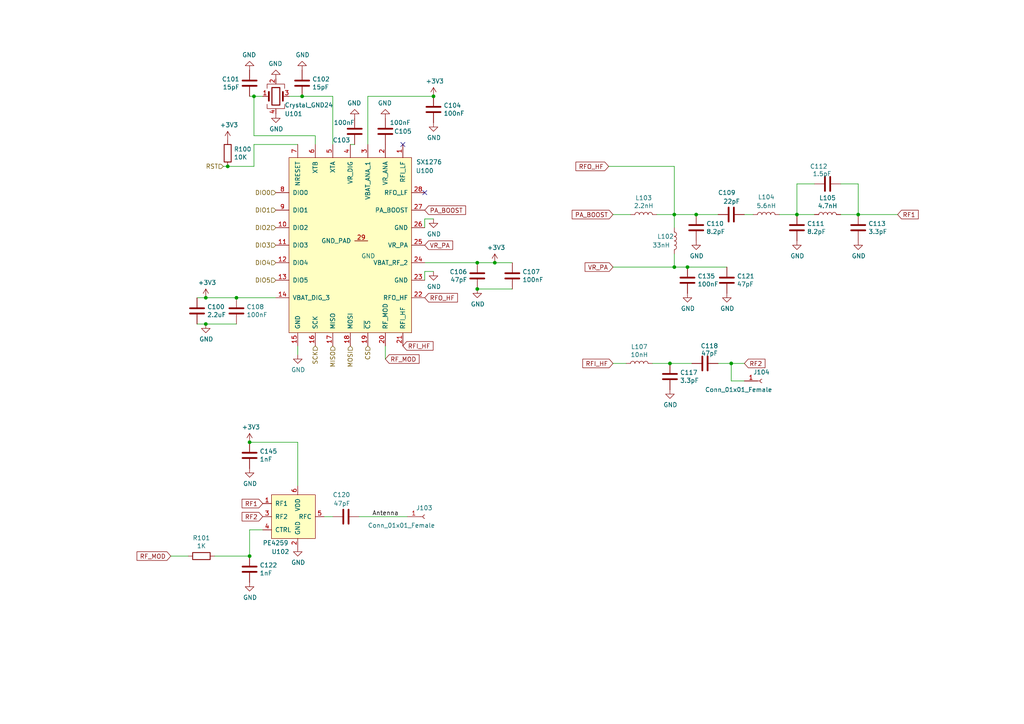
<source format=kicad_sch>
(kicad_sch (version 20211123) (generator eeschema)
  (paper "A4")
  (lib_symbols
    (symbol "AlfredoSuperTester2:PE4259" (pin_names (offset 1.016))
      (property "Reference" "U" (at -7.62 10.16 0))
      (property "Value" "PE4259" (at -5.08 7.62 0))
      (symbol "PE4259_0_1"
        (rectangle (start -6.35 6.35) (end 6.35 -6.35) (fill (type background)))
      )
      (symbol "PE4259_1_1"
        (pin input line (at -8.89 3.81 0) (length 2.54) (name "RF1") (number "1"))
        (pin power_in line (at 1.27 -8.89 90) (length 2.54) (name "GND") (number "2"))
        (pin input line (at -8.89 0 0) (length 2.54) (name "RF2") (number "3"))
        (pin input line (at -8.89 -3.81 0) (length 2.54) (name "CTRL") (number "4"))
        (pin output line (at 8.89 0 180) (length 2.54) (name "RFC") (number "5"))
        (pin power_in line (at 1.27 8.89 270) (length 2.54) (name "VDD") (number "6"))
      )
    )
    (symbol "Connector:Conn_01x01_Female" (pin_names (offset 1.016) hide)
      (property "Reference" "J" (at 0 2.54 0))
      (property "Value" "Conn_01x01_Female" (at 0 -2.54 0))
      (symbol "Conn_01x01_Female_1_1"
        (polyline (pts (xy -1.27 0) (xy -0.508 0)) (stroke (width 0.1524)))
        (arc (start 0 0.508) (mid -0.508 0) (end 0 -0.508) (stroke (width 0.1524)))
        (pin passive line (at -5.08 0 0) (length 3.81) (name "Pin_1") (number "1"))
      )
    )
    (symbol "Device:C" (pin_numbers hide) (pin_names (offset 0.254))
      (property "Reference" "C" (at 0.635 2.54 0))
      (property "Value" "C" (at 0.635 -2.54 0))
      (symbol "C_0_1"
        (polyline (pts (xy -2.032 -0.762) (xy 2.032 -0.762)) (stroke (width 0.508)))
        (polyline (pts (xy -2.032 0.762) (xy 2.032 0.762)) (stroke (width 0.508)))
      )
      (symbol "C_1_1"
        (pin passive line (at 0 3.81 270) (length 2.794) (name "~") (number "1"))
        (pin passive line (at 0 -3.81 90) (length 2.794) (name "~") (number "2"))
      )
    )
    (symbol "Device:Crystal_GND24" (pin_names (offset 1.016) hide)
      (property "Reference" "Y" (at 3.175 5.08 0))
      (property "Value" "Crystal_GND24" (at 3.175 3.175 0))
      (symbol "Crystal_GND24_0_1"
        (rectangle (start -1.143 2.54) (end 1.143 -2.54) (stroke (width 0.3048)))
        (polyline (pts (xy -2.54 0) (xy -2.032 0)))
        (polyline (pts (xy -2.032 -1.27) (xy -2.032 1.27)) (stroke (width 0.508)))
        (polyline (pts (xy 0 -3.81) (xy 0 -3.556)))
        (polyline (pts (xy 0 3.556) (xy 0 3.81)))
        (polyline (pts (xy 2.032 -1.27) (xy 2.032 1.27)) (stroke (width 0.508)))
        (polyline (pts (xy 2.032 0) (xy 2.54 0)))
        (polyline (pts (xy -2.54 -2.286) (xy -2.54 -3.556) (xy 2.54 -3.556) (xy 2.54 -2.286)))
        (polyline (pts (xy -2.54 2.286) (xy -2.54 3.556) (xy 2.54 3.556) (xy 2.54 2.286)))
      )
      (symbol "Crystal_GND24_1_1"
        (pin passive line (at -3.81 0 0) (length 1.27) (name "1") (number "1"))
        (pin passive line (at 0 5.08 270) (length 1.27) (name "2") (number "2"))
        (pin passive line (at 3.81 0 180) (length 1.27) (name "3") (number "3"))
        (pin passive line (at 0 -5.08 90) (length 1.27) (name "4") (number "4"))
      )
    )
    (symbol "Device:L" (pin_numbers hide) (pin_names (offset 1.016) hide)
      (property "Reference" "L" (at -1.27 0 90))
      (property "Value" "L" (at 1.905 0 90))
      (symbol "L_0_1"
        (arc (start 0 -2.54) (mid 0.635 -1.905) (end 0 -1.27))
        (arc (start 0 -1.27) (mid 0.635 -0.635) (end 0 0))
        (arc (start 0 0) (mid 0.635 0.635) (end 0 1.27))
        (arc (start 0 1.27) (mid 0.635 1.905) (end 0 2.54))
      )
      (symbol "L_1_1"
        (pin passive line (at 0 3.81 270) (length 1.27) (name "1") (number "1"))
        (pin passive line (at 0 -3.81 90) (length 1.27) (name "2") (number "2"))
      )
    )
    (symbol "Device:R" (pin_numbers hide) (pin_names (offset 0))
      (property "Reference" "R" (at 2.032 0 90))
      (property "Value" "R" (at 0 0 90))
      (symbol "R_0_1"
        (rectangle (start -1.016 -2.54) (end 1.016 2.54) (stroke (width 0.254)))
      )
      (symbol "R_1_1"
        (pin passive line (at 0 3.81 270) (length 1.27) (name "~") (number "1"))
        (pin passive line (at 0 -3.81 90) (length 1.27) (name "~") (number "2"))
      )
    )
    (symbol "TGD:SX1276" (pin_names (offset 1.016))
      (property "Reference" "U" (at 19.05 21.59 0))
      (property "Value" "SX1276" (at 19.05 24.13 0))
      (symbol "SX1276_0_1"
        (rectangle (start -17.78 25.4) (end 17.78 -25.4) (fill (type background)))
      )
      (symbol "SX1276_1_1"
        (pin output line (at 15.24 29.21 270) (length 3.81) (name "RFI_LF") (number "1"))
        (pin bidirectional line (at -21.59 5.08 0) (length 3.81) (name "DIO2") (number "10"))
        (pin bidirectional line (at -21.59 0 0) (length 3.81) (name "DIO3") (number "11"))
        (pin bidirectional line (at -21.59 -5.08 0) (length 3.81) (name "DIO4") (number "12"))
        (pin bidirectional line (at -21.59 -10.16 0) (length 3.81) (name "DIO5") (number "13"))
        (pin power_in line (at -21.59 -15.24 0) (length 3.81) (name "VBAT_DIG_3") (number "14"))
        (pin power_in line (at -15.24 -29.21 90) (length 3.81) (name "GND") (number "15"))
        (pin input line (at -10.16 -29.21 90) (length 3.81) (name "SCK") (number "16"))
        (pin output line (at -5.08 -29.21 90) (length 3.81) (name "MISO") (number "17"))
        (pin input line (at 0 -29.21 90) (length 3.81) (name "MOSI") (number "18"))
        (pin input line (at 5.08 -29.21 90) (length 3.81) (name "~{CS}") (number "19"))
        (pin power_in line (at 10.16 29.21 270) (length 3.81) (name "VR_ANA") (number "2"))
        (pin output line (at 10.16 -29.21 90) (length 3.81) (name "RF_MOD") (number "20"))
        (pin output line (at 15.24 -29.21 90) (length 3.81) (name "RFI_HF") (number "21"))
        (pin input line (at 21.59 -15.24 180) (length 3.81) (name "RFO_HF") (number "22"))
        (pin power_in line (at 21.59 -10.16 180) (length 3.81) (name "GND") (number "23"))
        (pin power_in line (at 21.59 -5.08 180) (length 3.81) (name "VBAT_RF_2") (number "24"))
        (pin power_in line (at 21.59 0 180) (length 3.81) (name "VR_PA") (number "25"))
        (pin power_in line (at 21.59 5.08 180) (length 3.81) (name "GND") (number "26"))
        (pin power_out line (at 21.59 10.16 180) (length 3.81) (name "PA_BOOST") (number "27"))
        (pin input line (at 21.59 15.24 180) (length 3.81) (name "RFO_LF") (number "28"))
        (pin power_in line (at 5.08 1.27 180) (length 3.81) (name "GND_PAD") (number "29"))
        (pin power_in line (at 5.08 29.21 270) (length 3.81) (name "VBAT_ANA_1") (number "3"))
        (pin power_in line (at 0 29.21 270) (length 3.81) (name "VR_DIG") (number "4"))
        (pin bidirectional line (at -5.08 29.21 270) (length 3.81) (name "XTA") (number "5"))
        (pin bidirectional line (at -10.16 29.21 270) (length 3.81) (name "XTB") (number "6"))
        (pin input line (at -15.24 29.21 270) (length 3.81) (name "NRESET") (number "7"))
        (pin bidirectional line (at -21.59 15.24 0) (length 3.81) (name "DIO0") (number "8"))
        (pin bidirectional line (at -21.59 10.16 0) (length 3.81) (name "DIO1") (number "9"))
      )
    )
    (symbol "power:+3V3" (power) (pin_names (offset 0))
      (property "Value" "+3V3" (at 0 3.556 0))
      (symbol "+3V3_0_1"
        (polyline (pts (xy -0.762 1.27) (xy 0 2.54)))
        (polyline (pts (xy 0 0) (xy 0 2.54)))
        (polyline (pts (xy 0 2.54) (xy 0.762 1.27)))
      )
      (symbol "+3V3_1_1"
        (pin power_in line (at 0 0 90) (length 0) hide (name "+3V3") (number "1"))
      )
    )
    (symbol "power:GND" (power) (pin_names (offset 0))
      (property "Value" "GND" (at 0 -3.81 0))
      (symbol "GND_0_1"
        (polyline (pts (xy 0 0) (xy 0 -1.27) (xy 1.27 -1.27) (xy 0 -2.54) (xy -1.27 -1.27) (xy 0 -1.27)))
      )
      (symbol "GND_1_1"
        (pin power_in line (at 0 0 270) (length 0) hide (name "GND") (number "1"))
      )
    )
  )
  (junction (at 138.43 83.82))
  (junction (at 231.14 62.23))
  (junction (at 248.92 62.23))
  (junction (at 87.63 27.94))
  (junction (at 212.09 105.41))
  (junction (at 195.58 62.23))
  (junction (at 201.93 62.23))
  (junction (at 72.39 128.27))
  (junction (at 66.04 48.26))
  (junction (at 72.39 161.29))
  (junction (at 138.43 76.2))
  (junction (at 68.58 86.36))
  (junction (at 195.58 77.47))
  (junction (at 73.66 27.94))
  (junction (at 59.69 86.36))
  (junction (at 125.73 27.94))
  (junction (at 194.31 105.41))
  (junction (at 59.69 93.98))
  (junction (at 199.39 77.47))
  (junction (at 143.51 76.2))
  (no_connect (at 116.84 41.91))
  (no_connect (at 123.19 55.88))
  (wire (pts (xy 93.98 149.86) (xy 96.52 149.86)))
  (wire (pts (xy 111.76 104.14) (xy 111.76 100.33)))
  (wire (pts (xy 138.43 76.2) (xy 143.51 76.2)))
  (wire (pts (xy 176.53 48.26) (xy 195.58 48.26)))
  (wire (pts (xy 208.28 105.41) (xy 212.09 105.41)))
  (wire (pts (xy 248.92 62.23) (xy 260.35 62.23)))
  (wire (pts (xy 68.58 86.36) (xy 59.69 86.36)))
  (wire (pts (xy 86.36 128.27) (xy 72.39 128.27)))
  (wire (pts (xy 73.66 39.37) (xy 73.66 27.94)))
  (wire (pts (xy 59.69 93.98) (xy 68.58 93.98)))
  (wire (pts (xy 86.36 140.97) (xy 86.36 128.27)))
  (wire (pts (xy 208.28 62.23) (xy 201.93 62.23)))
  (wire (pts (xy 123.19 63.5) (xy 125.73 63.5)))
  (wire (pts (xy 177.8 62.23) (xy 182.88 62.23)))
  (wire (pts (xy 83.82 27.94) (xy 87.63 27.94)))
  (wire (pts (xy 215.9 110.49) (xy 212.09 110.49)))
  (wire (pts (xy 72.39 27.94) (xy 73.66 27.94)))
  (wire (pts (xy 248.92 62.23) (xy 248.92 53.34)))
  (wire (pts (xy 101.6 41.91) (xy 102.87 41.91)))
  (wire (pts (xy 73.66 27.94) (xy 76.2 27.94)))
  (wire (pts (xy 143.51 76.2) (xy 148.59 76.2)))
  (wire (pts (xy 195.58 66.04) (xy 195.58 62.23)))
  (wire (pts (xy 231.14 62.23) (xy 236.22 62.23)))
  (wire (pts (xy 68.58 86.36) (xy 80.01 86.36)))
  (wire (pts (xy 123.19 76.2) (xy 138.43 76.2)))
  (wire (pts (xy 123.19 66.04) (xy 123.19 63.5)))
  (wire (pts (xy 190.5 62.23) (xy 195.58 62.23)))
  (wire (pts (xy 194.31 105.41) (xy 200.66 105.41)))
  (wire (pts (xy 177.8 77.47) (xy 195.58 77.47)))
  (wire (pts (xy 57.15 93.98) (xy 59.69 93.98)))
  (wire (pts (xy 189.23 105.41) (xy 194.31 105.41)))
  (wire (pts (xy 62.23 161.29) (xy 72.39 161.29)))
  (wire (pts (xy 212.09 105.41) (xy 215.9 105.41)))
  (wire (pts (xy 243.84 62.23) (xy 248.92 62.23)))
  (wire (pts (xy 73.66 41.91) (xy 86.36 41.91)))
  (wire (pts (xy 91.44 41.91) (xy 91.44 39.37)))
  (wire (pts (xy 236.22 53.34) (xy 231.14 53.34)))
  (wire (pts (xy 226.06 62.23) (xy 231.14 62.23)))
  (wire (pts (xy 199.39 77.47) (xy 210.82 77.47)))
  (wire (pts (xy 106.68 27.94) (xy 125.73 27.94)))
  (wire (pts (xy 215.9 62.23) (xy 218.44 62.23)))
  (wire (pts (xy 148.59 83.82) (xy 138.43 83.82)))
  (wire (pts (xy 123.19 78.74) (xy 125.73 78.74)))
  (wire (pts (xy 248.92 53.34) (xy 243.84 53.34)))
  (wire (pts (xy 177.8 105.41) (xy 181.61 105.41)))
  (wire (pts (xy 64.77 48.26) (xy 66.04 48.26)))
  (wire (pts (xy 212.09 110.49) (xy 212.09 105.41)))
  (wire (pts (xy 96.52 41.91) (xy 96.52 27.94)))
  (wire (pts (xy 49.53 161.29) (xy 54.61 161.29)))
  (wire (pts (xy 86.36 102.87) (xy 86.36 100.33)))
  (wire (pts (xy 72.39 153.67) (xy 76.2 153.67)))
  (wire (pts (xy 73.66 39.37) (xy 91.44 39.37)))
  (wire (pts (xy 195.58 77.47) (xy 199.39 77.47)))
  (wire (pts (xy 66.04 48.26) (xy 73.66 48.26)))
  (wire (pts (xy 195.58 48.26) (xy 195.58 62.23)))
  (wire (pts (xy 59.69 86.36) (xy 57.15 86.36)))
  (wire (pts (xy 195.58 73.66) (xy 195.58 77.47)))
  (wire (pts (xy 73.66 48.26) (xy 73.66 41.91)))
  (wire (pts (xy 106.68 27.94) (xy 106.68 41.91)))
  (wire (pts (xy 104.14 149.86) (xy 118.11 149.86)))
  (wire (pts (xy 72.39 161.29) (xy 72.39 153.67)))
  (wire (pts (xy 123.19 81.28) (xy 123.19 78.74)))
  (wire (pts (xy 231.14 53.34) (xy 231.14 62.23)))
  (wire (pts (xy 87.63 27.94) (xy 96.52 27.94)))
  (wire (pts (xy 195.58 62.23) (xy 201.93 62.23)))
  (label "Antenna" (at 107.95 149.86 0))
  (global_label "RF1" (shape input) (at 260.35 62.23 0) (property "Intersheet References" "${INTERSHEET_REFS}" (effects hide)))
  (global_label "RFO_HF" (shape input) (at 176.53 48.26 180) (property "Intersheet References" "${INTERSHEET_REFS}" (effects hide)))
  (global_label "RF2" (shape input) (at 215.9 105.41 0) (property "Intersheet References" "${INTERSHEET_REFS}" (effects hide)))
  (global_label "RF_MOD" (shape input) (at 111.76 104.14 0) (property "Intersheet References" "${INTERSHEET_REFS}" (effects hide)))
  (global_label "PA_BOOST" (shape input) (at 177.8 62.23 180) (property "Intersheet References" "${INTERSHEET_REFS}" (effects hide)))
  (global_label "RFI_HF" (shape input) (at 177.8 105.41 180) (property "Intersheet References" "${INTERSHEET_REFS}" (effects hide)))
  (global_label "RFO_HF" (shape input) (at 123.19 86.36 0) (property "Intersheet References" "${INTERSHEET_REFS}" (effects hide)))
  (global_label "VR_PA" (shape input) (at 123.19 71.12 0) (property "Intersheet References" "${INTERSHEET_REFS}" (effects hide)))
  (global_label "PA_BOOST" (shape input) (at 123.19 60.96 0) (property "Intersheet References" "${INTERSHEET_REFS}" (effects hide)))
  (global_label "VR_PA" (shape input) (at 177.8 77.47 180) (property "Intersheet References" "${INTERSHEET_REFS}" (effects hide)))
  (global_label "RF_MOD" (shape input) (at 49.53 161.29 180) (property "Intersheet References" "${INTERSHEET_REFS}" (effects hide)))
  (global_label "RF2" (shape input) (at 76.2 149.86 180) (property "Intersheet References" "${INTERSHEET_REFS}" (effects hide)))
  (global_label "RF1" (shape input) (at 76.2 146.05 180) (property "Intersheet References" "${INTERSHEET_REFS}" (effects hide)))
  (global_label "RFI_HF" (shape input) (at 116.84 100.33 0) (property "Intersheet References" "${INTERSHEET_REFS}" (effects hide)))
  (hierarchical_label "RST" (shape input) (at 64.77 48.26 180))
  (hierarchical_label "DIO0" (shape input) (at 80.01 55.88 180))
  (hierarchical_label "DIO5" (shape input) (at 80.01 81.28 180))
  (hierarchical_label "DIO4" (shape input) (at 80.01 76.2 180))
  (hierarchical_label "MOSI" (shape input) (at 101.6 100.33 270))
  (hierarchical_label "MISO" (shape input) (at 96.52 100.33 270))
  (hierarchical_label "DIO2" (shape input) (at 80.01 66.04 180))
  (hierarchical_label "DIO1" (shape input) (at 80.01 60.96 180))
  (hierarchical_label "CS" (shape input) (at 106.68 100.33 270))
  (hierarchical_label "DIO3" (shape input) (at 80.01 71.12 180))
  (hierarchical_label "SCK" (shape input) (at 91.44 100.33 270))
  (symbol (lib_id "AlfredoSuperTester2:PE4259") (at 85.09 149.86 0) (unit 1)
    (property "Reference" "U102" (at 78.74 160.02 0) (effects (justify left)))
    (property "Value" "PE4259" (at 76.2 157.48 0) (effects (justify left)))
    (property "Footprint" "Package_TO_SOT_SMD:SOT-363_SC-70-6" (effects hide))
    (property "Datasheet" "https://lcsc.com/product-detail/RF-Switches_PSemi-PE4259-63_C470892.html" (effects hide))
    (property "LCSC" "C470892" (effects hide))
  )
  (symbol (lib_id "Device:C") (at 72.39 132.08 180) (unit 1)
    (property "Reference" "C145" (at 75.311 130.9116 0) (effects (justify right)))
    (property "Value" "1nF" (at 75.311 133.223 0) (effects (justify right)))
    (property "Footprint" "Capacitor_SMD:C_0402_1005Metric" (effects hide))
    (property "Datasheet" "https://lcsc.com/product-detail/Multilayer-Ceramic-Capacitors-MLCC-SMD-SMT_FH-Guangdong-Fenghua-Advanced-Tech-0402B102K500NT_C1523.html" (effects hide))
    (property "LCSC" "C1523" (effects hide))
  )
  (symbol (lib_id "power:GND") (at 86.36 158.75 0) (unit 1)
    (property "Reference" "#PWR0159" (effects hide))
    (property "Value" "GND" (at 86.487 163.1442 0))
  )
  (symbol (lib_id "power:GND") (at 72.39 135.89 0) (unit 1)
    (property "Reference" "#PWR0157" (effects hide))
    (property "Value" "GND" (at 72.517 140.2842 0))
  )
  (symbol (lib_id "Device:L") (at 195.58 69.85 0) (unit 1)
    (property "Reference" "L102" (at 193.04 68.58 0))
    (property "Value" "33nH" (at 191.77 71.12 0))
    (property "Footprint" "Inductor_SMD:L_0402_1005Metric" (effects hide))
    (property "Datasheet" "https://lcsc.com/product-detail/Inductors-SMD_Murata-Electronics-LQW15AN33NH00D_C307609.html" (effects hide))
    (property "LCSC" "C307609	" (effects hide))
  )
  (symbol (lib_id "Device:L") (at 186.69 62.23 90) (unit 1)
    (property "Reference" "L103" (at 186.69 57.404 90))
    (property "Value" "2.2nH" (at 186.69 59.69 90))
    (property "Footprint" "Inductor_SMD:L_0402_1005Metric" (effects hide))
    (property "Datasheet" "https://lcsc.com/product-detail/HF-Inductors_Murata-Electronics-LQP15MN2N2B02D_C77120.html" (effects hide))
    (property "LCSC" "C77120	" (effects hide))
  )
  (symbol (lib_id "Device:R") (at 58.42 161.29 270) (unit 1)
    (property "Reference" "R101" (at 58.42 156.0322 90))
    (property "Value" "1K" (at 58.42 158.3436 90))
    (property "Footprint" "Resistor_SMD:R_0402_1005Metric" (effects hide))
    (property "Datasheet" "https://lcsc.com/product-detail/Chip-Resistor-Surface-Mount_UNI-ROYAL-Uniroyal-Elec-0402WGF1001TCE_C11702.html" (effects hide))
    (property "LCSC" "C11702" (effects hide))
  )
  (symbol (lib_id "Device:C") (at 100.33 149.86 90) (unit 1)
    (property "Reference" "C120" (at 101.6 143.51 90) (effects (justify left)))
    (property "Value" "47pF" (at 101.6 146.05 90) (effects (justify left)))
    (property "Footprint" "Capacitor_SMD:C_0402_1005Metric" (effects hide))
    (property "Datasheet" "https://lcsc.com/product-detail/Multilayer-Ceramic-Capacitors-MLCC-SMD-SMT_FH-Guangdong-Fenghua-Advanced-Tech-0402CG470J500NT_C1567.html" (effects hide))
    (property "LCSC" "C1567" (effects hide))
  )
  (symbol (lib_id "Device:C") (at 72.39 165.1 180) (unit 1)
    (property "Reference" "C122" (at 75.311 163.9316 0) (effects (justify right)))
    (property "Value" "1nF" (at 75.311 166.243 0) (effects (justify right)))
    (property "Footprint" "Capacitor_SMD:C_0402_1005Metric" (effects hide))
    (property "Datasheet" "https://lcsc.com/product-detail/Multilayer-Ceramic-Capacitors-MLCC-SMD-SMT_FH-Guangdong-Fenghua-Advanced-Tech-0402B102K500NT_C1523.html" (effects hide))
    (property "LCSC" "C1523" (effects hide))
  )
  (symbol (lib_id "power:GND") (at 72.39 168.91 0) (unit 1)
    (property "Reference" "#PWR0160" (effects hide))
    (property "Value" "GND" (at 72.517 173.3042 0))
  )
  (symbol (lib_id "Device:C") (at 212.09 62.23 90) (unit 1)
    (property "Reference" "C109" (at 213.36 55.88 90) (effects (justify left)))
    (property "Value" "22pF" (at 214.63 58.42 90) (effects (justify left)))
    (property "Footprint" "Capacitor_SMD:C_0402_1005Metric" (effects hide))
    (property "Datasheet" "https://lcsc.com/product-detail/Multilayer-Ceramic-Capacitors-MLCC-SMD-SMT_FH-Guangdong-Fenghua-Advanced-Tech-0402CG220J500NT_C1555.html" (effects hide))
    (property "LCSC" "C1555" (effects hide))
  )
  (symbol (lib_id "power:GND") (at 231.14 69.85 0) (unit 1)
    (property "Reference" "#PWR0123" (effects hide))
    (property "Value" "GND" (at 231.267 74.2442 0))
  )
  (symbol (lib_id "Device:L") (at 222.25 62.23 90) (unit 1)
    (property "Reference" "L104" (at 222.25 57.15 90))
    (property "Value" "5.6nH" (at 222.25 59.69 90))
    (property "Footprint" "Inductor_SMD:L_0402_1005Metric" (effects hide))
    (property "Datasheet" "https://lcsc.com/product-detail/HF-Inductors_Taiyo-Yuden-HK10055N6S-T_C87183.html" (effects hide))
    (property "LCSC" "C87183" (effects hide))
  )
  (symbol (lib_id "Device:C") (at 248.92 66.04 0) (unit 1)
    (property "Reference" "C113" (at 251.841 64.8716 0) (effects (justify left)))
    (property "Value" "3.3pF" (at 251.841 67.183 0) (effects (justify left)))
    (property "Footprint" "Capacitor_SMD:C_0402_1005Metric" (effects hide))
    (property "Datasheet" "https://lcsc.com/product-detail/Multilayer-Ceramic-Capacitors-MLCC-SMD-SMT_FH-Guangdong-Fenghua-Advanced-Tech-0402CG3R3C500NT_C1565.html" (effects hide))
    (property "LCSC" "C1565" (effects hide))
  )
  (symbol (lib_id "Device:C") (at 231.14 66.04 0) (unit 1)
    (property "Reference" "C111" (at 234.061 64.8716 0) (effects (justify left)))
    (property "Value" "8.2pF" (at 234.061 67.183 0) (effects (justify left)))
    (property "Footprint" "Capacitor_SMD:C_0402_1005Metric" (effects hide))
    (property "Datasheet" "https://lcsc.com/product-detail/Multilayer-Ceramic-Capacitors-MLCC-SMD-SMT_Samsung-Electro-Mechanics-CL05C8R2CB5NNNC_C318599.html" (effects hide))
    (property "LCSC" "C318599" (effects hide))
  )
  (symbol (lib_id "Device:C") (at 240.03 53.34 90) (unit 1)
    (property "Reference" "C112" (at 240.03 48.26 90) (effects (justify left)))
    (property "Value" "1.5pF" (at 241.173 50.419 90) (effects (justify left)))
    (property "Footprint" "Capacitor_SMD:C_0402_1005Metric" (effects hide))
    (property "Datasheet" "https://lcsc.com/product-detail/Multilayer-Ceramic-Capacitors-MLCC-SMD-SMT_FH-Guangdong-Fenghua-Advanced-Tech-0402CG1R5C500NT_C1552.html" (effects hide))
    (property "LCSC" "C1552" (effects hide))
  )
  (symbol (lib_id "Device:L") (at 240.03 62.23 90) (unit 1)
    (property "Reference" "L105" (at 240.03 57.404 90))
    (property "Value" "4.7nH" (at 240.03 59.7154 90))
    (property "Footprint" "Inductor_SMD:L_0402_1005Metric" (effects hide))
    (property "Datasheet" "https://lcsc.com/product-detail/HF-Inductors_Sunlord-SDCL1005C4N7STDF_C13595.html" (effects hide))
    (property "LCSC" "C13595" (effects hide))
  )
  (symbol (lib_id "power:GND") (at 201.93 69.85 0) (unit 1)
    (property "Reference" "#PWR0161" (effects hide))
    (property "Value" "GND" (at 202.057 74.2442 0))
  )
  (symbol (lib_id "Device:C") (at 201.93 66.04 0) (unit 1)
    (property "Reference" "C110" (at 204.851 64.8716 0) (effects (justify left)))
    (property "Value" "8.2pF" (at 204.851 67.183 0) (effects (justify left)))
    (property "Footprint" "Capacitor_SMD:C_0402_1005Metric" (effects hide))
    (property "Datasheet" "https://lcsc.com/product-detail/Multilayer-Ceramic-Capacitors-MLCC-SMD-SMT_Samsung-Electro-Mechanics-CL05C8R2CB5NNNC_C318599.html" (effects hide))
    (property "LCSC" "C318599" (effects hide))
  )
  (symbol (lib_id "power:GND") (at 210.82 85.09 0) (unit 1)
    (property "Reference" "#PWR0162" (effects hide))
    (property "Value" "GND" (at 210.947 89.4842 0))
  )
  (symbol (lib_id "Device:C") (at 210.82 81.28 0) (unit 1)
    (property "Reference" "C121" (at 213.741 80.1116 0) (effects (justify left)))
    (property "Value" "47pF" (at 213.741 82.423 0) (effects (justify left)))
    (property "Footprint" "Capacitor_SMD:C_0402_1005Metric" (effects hide))
    (property "Datasheet" "https://lcsc.com/product-detail/Multilayer-Ceramic-Capacitors-MLCC-SMD-SMT_FH-Guangdong-Fenghua-Advanced-Tech-0402CG470J500NT_C1567.html" (effects hide))
    (property "LCSC" "C1567" (effects hide))
  )
  (symbol (lib_id "power:GND") (at 199.39 85.09 0) (unit 1)
    (property "Reference" "#PWR0156" (effects hide))
    (property "Value" "GND" (at 199.517 89.4842 0))
  )
  (symbol (lib_id "Device:C") (at 199.39 81.28 0) (unit 1)
    (property "Reference" "C135" (at 202.311 80.1116 0) (effects (justify left)))
    (property "Value" "100nF" (at 202.311 82.423 0) (effects (justify left)))
    (property "Footprint" "Capacitor_SMD:C_0402_1005Metric" (effects hide))
    (property "Datasheet" "https://lcsc.com/product-detail/Multilayer-Ceramic-Capacitors-MLCC-SMD-SMT_Samsung-Electro-Mechanics-CL05B104KO5NNNC_C1525.html" (effects hide))
    (property "LCSC" "C1525" (effects hide))
  )
  (symbol (lib_id "Connector:Conn_01x01_Female") (at 123.19 149.86 0) (unit 1)
    (property "Reference" "J103" (at 120.65 147.32 0) (effects (justify left)))
    (property "Value" "Conn_01x01_Female" (at 106.68 152.4 0) (effects (justify left)))
    (property "Footprint" "Connector_PinHeader_2.54mm:PinHeader_1x01_P2.54mm_Vertical" (effects hide))
  )
  (symbol (lib_id "power:GND") (at 194.31 113.03 0) (unit 1)
    (property "Reference" "#PWR0132" (effects hide))
    (property "Value" "GND" (at 194.437 117.4242 0))
  )
  (symbol (lib_id "power:GND") (at 106.68 69.85 0) (unit 1)
    (property "Reference" "#PWR0133" (effects hide))
    (property "Value" "GND" (at 106.807 74.2442 0))
  )
  (symbol (lib_id "power:GND") (at 125.73 78.74 0) (unit 1)
    (property "Reference" "#PWR0134" (effects hide))
    (property "Value" "GND" (at 125.857 83.1342 0))
  )
  (symbol (lib_id "TGD:SX1276") (at 101.6 71.12 0) (unit 1)
    (property "Reference" "U100" (at 123.19 49.53 0))
    (property "Value" "SX1276" (at 124.46 46.99 0))
    (property "Footprint" "lib_fp:TGD-QFN-28-1EP_6x6mm_P0.65mm_EP4.8x4.8mm" (effects hide))
    (property "Datasheet" "https://lcsc.com/product-detail/RF-Transceiver-ICs_SEMTECH-SX1276IMLTRT_C80171.html/?href=jlc-SMT" (effects hide))
    (property "LCSC" "C80171" (effects hide))
  )
  (symbol (lib_id "Device:C") (at 102.87 38.1 180) (unit 1)
    (property "Reference" "C103" (at 101.6 40.64 0) (effects (justify left)))
    (property "Value" "100nF" (at 102.87 35.56 0) (effects (justify left)))
    (property "Footprint" "Capacitor_SMD:C_0402_1005Metric" (effects hide))
    (property "Datasheet" "https://lcsc.com/product-detail/Multilayer-Ceramic-Capacitors-MLCC-SMD-SMT_Samsung-Electro-Mechanics-CL05B104KO5NNNC_C1525.html" (effects hide))
    (property "LCSC" "C1525" (effects hide))
  )
  (symbol (lib_id "power:GND") (at 102.87 34.29 180) (unit 1)
    (property "Reference" "#PWR0135" (effects hide))
    (property "Value" "GND" (at 102.743 29.8958 0))
  )
  (symbol (lib_id "Device:C") (at 111.76 38.1 180) (unit 1)
    (property "Reference" "C105" (at 114.3 38.1 0) (effects (justify right)))
    (property "Value" "100nF" (at 113.03 35.56 0) (effects (justify right)))
    (property "Footprint" "Capacitor_SMD:C_0402_1005Metric" (effects hide))
    (property "Datasheet" "https://lcsc.com/product-detail/Multilayer-Ceramic-Capacitors-MLCC-SMD-SMT_Samsung-Electro-Mechanics-CL05B104KO5NNNC_C1525.html" (effects hide))
    (property "LCSC" "C1525" (effects hide))
  )
  (symbol (lib_id "power:GND") (at 111.76 34.29 180) (unit 1)
    (property "Reference" "#PWR0136" (effects hide))
    (property "Value" "GND" (at 111.633 29.8958 0))
  )
  (symbol (lib_id "Device:C") (at 68.58 90.17 0) (unit 1)
    (property "Reference" "C108" (at 71.501 89.0016 0) (effects (justify left)))
    (property "Value" "100nF" (at 71.501 91.313 0) (effects (justify left)))
    (property "Footprint" "Capacitor_SMD:C_0603_1608Metric" (effects hide))
    (property "Datasheet" "https://lcsc.com/product-detail/Multilayer-Ceramic-Capacitors-MLCC-SMD-SMT_YAGEO-CC0603KRX7R9BB104_C14663.html" (effects hide))
    (property "LCSC" "C14663" (effects hide))
  )
  (symbol (lib_id "power:GND") (at 59.69 93.98 0) (unit 1)
    (property "Reference" "#PWR0137" (effects hide))
    (property "Value" "GND" (at 59.817 98.3742 0))
  )
  (symbol (lib_id "Device:C") (at 138.43 80.01 0) (mirror y) (unit 1)
    (property "Reference" "C106" (at 135.509 78.8416 0) (effects (justify left)))
    (property "Value" "47pF" (at 135.509 81.153 0) (effects (justify left)))
    (property "Footprint" "Capacitor_SMD:C_0402_1005Metric" (effects hide))
    (property "Datasheet" "https://lcsc.com/product-detail/Multilayer-Ceramic-Capacitors-MLCC-SMD-SMT_FH-Guangdong-Fenghua-Advanced-Tech-0402CG470J500NT_C1567.html" (effects hide))
    (property "LCSC" "C1567" (effects hide))
  )
  (symbol (lib_id "power:GND") (at 138.43 83.82 0) (unit 1)
    (property "Reference" "#PWR0138" (effects hide))
    (property "Value" "GND" (at 138.557 88.2142 0))
  )
  (symbol (lib_id "Device:C") (at 148.59 80.01 0) (unit 1)
    (property "Reference" "C107" (at 151.511 78.8416 0) (effects (justify left)))
    (property "Value" "100nF" (at 151.511 81.153 0) (effects (justify left)))
    (property "Footprint" "Capacitor_SMD:C_0402_1005Metric" (effects hide))
    (property "Datasheet" "https://lcsc.com/product-detail/Multilayer-Ceramic-Capacitors-MLCC-SMD-SMT_Samsung-Electro-Mechanics-CL05B104KO5NNNC_C1525.html" (effects hide))
    (property "LCSC" "C1525" (effects hide))
  )
  (symbol (lib_id "Device:C") (at 125.73 31.75 0) (unit 1)
    (property "Reference" "C104" (at 128.651 30.5816 0) (effects (justify left)))
    (property "Value" "100nF" (at 128.651 32.893 0) (effects (justify left)))
    (property "Footprint" "Capacitor_SMD:C_0402_1005Metric" (effects hide))
    (property "Datasheet" "https://lcsc.com/product-detail/Multilayer-Ceramic-Capacitors-MLCC-SMD-SMT_Samsung-Electro-Mechanics-CL05B104KO5NNNC_C1525.html" (effects hide))
    (property "LCSC" "C1525" (effects hide))
  )
  (symbol (lib_id "power:GND") (at 125.73 35.56 0) (unit 1)
    (property "Reference" "#PWR0139" (effects hide))
    (property "Value" "GND" (at 125.857 39.9542 0))
  )
  (symbol (lib_id "power:GND") (at 125.73 63.5 0) (unit 1)
    (property "Reference" "#PWR0140" (effects hide))
    (property "Value" "GND" (at 125.857 67.8942 0))
  )
  (symbol (lib_id "Device:C") (at 72.39 24.13 0) (mirror y) (unit 1)
    (property "Reference" "C101" (at 69.469 22.9616 0) (effects (justify left)))
    (property "Value" "15pF" (at 69.469 25.273 0) (effects (justify left)))
    (property "Footprint" "Capacitor_SMD:C_0402_1005Metric" (effects hide))
    (property "Datasheet" "https://lcsc.com/product-detail/Multilayer-Ceramic-Capacitors-MLCC-SMD-SMT_FH-Guangdong-Fenghua-Advanced-Tech-0402CG150J500NT_C1548.html" (effects hide))
    (property "LCSC" "C1548" (effects hide))
  )
  (symbol (lib_id "power:GND") (at 72.39 20.32 180) (unit 1)
    (property "Reference" "#PWR0141" (effects hide))
    (property "Value" "GND" (at 72.263 15.9258 0))
  )
  (symbol (lib_id "Device:C") (at 87.63 24.13 0) (unit 1)
    (property "Reference" "C102" (at 90.551 22.9616 0) (effects (justify left)))
    (property "Value" "15pF" (at 90.551 25.273 0) (effects (justify left)))
    (property "Footprint" "Capacitor_SMD:C_0402_1005Metric" (effects hide))
    (property "Datasheet" "https://lcsc.com/product-detail/Multilayer-Ceramic-Capacitors-MLCC-SMD-SMT_FH-Guangdong-Fenghua-Advanced-Tech-0402CG150J500NT_C1548.html" (effects hide))
    (property "LCSC" "C1548" (effects hide))
  )
  (symbol (lib_id "power:GND") (at 87.63 20.32 0) (mirror x) (unit 1)
    (property "Reference" "#PWR0142" (effects hide))
    (property "Value" "GND" (at 87.757 15.9258 0))
  )
  (symbol (lib_id "Device:Crystal_GND24") (at 80.01 27.94 0) (unit 1)
    (property "Reference" "U101" (at 82.55 33.02 0) (effects (justify left)))
    (property "Value" "Crystal_GND24" (at 82.55 30.48 0) (effects (justify left)))
    (property "Footprint" "Crystal:Crystal_SMD_3225-4Pin_3.2x2.5mm" (effects hide))
    (property "Datasheet" "https://lcsc.com/product-detail/SMD-Crystal-Resonators_KDS-Daishinku-1C232000AA0B_C253728.html" (effects hide))
    (property "LCSC" "C253728" (effects hide))
  )
  (symbol (lib_id "power:GND") (at 80.01 22.86 180) (unit 1)
    (property "Reference" "#PWR0143" (effects hide))
    (property "Value" "GND" (at 79.883 18.4658 0))
  )
  (symbol (lib_id "power:GND") (at 80.01 33.02 0) (unit 1)
    (property "Reference" "#PWR0144" (effects hide))
    (property "Value" "GND" (at 80.137 37.4142 0))
  )
  (symbol (lib_id "Device:L") (at 185.42 105.41 90) (unit 1)
    (property "Reference" "L107" (at 185.42 100.584 90))
    (property "Value" "10nH" (at 185.42 102.8954 90))
    (property "Footprint" "Inductor_SMD:L_0402_1005Metric" (effects hide))
    (property "Datasheet" "https://lcsc.com/product-detail/HF-Inductors_Sunlord-SDCL1005C10NJTDF_C27147.html" (effects hide))
    (property "LCSC" "C27147" (effects hide))
  )
  (symbol (lib_id "Device:C") (at 194.31 109.22 0) (unit 1)
    (property "Reference" "C117" (at 197.231 108.0516 0) (effects (justify left)))
    (property "Value" "3.3pF" (at 197.231 110.363 0) (effects (justify left)))
    (property "Footprint" "Capacitor_SMD:C_0402_1005Metric" (effects hide))
    (property "Datasheet" "https://lcsc.com/product-detail/Multilayer-Ceramic-Capacitors-MLCC-SMD-SMT_FH-Guangdong-Fenghua-Advanced-Tech-0402CG3R3C500NT_C1565.html" (effects hide))
    (property "LCSC" "C1565" (effects hide))
  )
  (symbol (lib_id "Device:C") (at 204.47 105.41 270) (mirror x) (unit 1)
    (property "Reference" "C118" (at 203.2 100.33 90) (effects (justify left)))
    (property "Value" "47pF" (at 203.327 102.489 90) (effects (justify left)))
    (property "Footprint" "Capacitor_SMD:C_0402_1005Metric" (effects hide))
    (property "Datasheet" "https://lcsc.com/product-detail/Multilayer-Ceramic-Capacitors-MLCC-SMD-SMT_FH-Guangdong-Fenghua-Advanced-Tech-0402CG470J500NT_C1567.html" (effects hide))
    (property "LCSC" "C1567" (effects hide))
  )
  (symbol (lib_id "power:GND") (at 86.36 102.87 0) (unit 1)
    (property "Reference" "#PWR0145" (effects hide))
    (property "Value" "GND" (at 86.487 107.2642 0))
  )
  (symbol (lib_id "Device:R") (at 66.04 44.45 0) (unit 1)
    (property "Reference" "R100" (at 67.818 43.2816 0) (effects (justify left)))
    (property "Value" "10K" (at 67.818 45.593 0) (effects (justify left)))
    (property "Footprint" "Resistor_SMD:R_0603_1608Metric_Pad0.98x0.95mm_HandSolder" (effects hide))
    (property "Datasheet" "https://lcsc.com/product-detail/Chip-Resistor-Surface-Mount_UNI-ROYAL-Uniroyal-Elec-0603WAF1002T5E_C25804.html" (effects hide))
    (property "LCSC" "C25804" (effects hide))
  )
  (symbol (lib_id "power:+3V3") (at 125.73 27.94 0) (unit 1)
    (property "Reference" "#PWR0146" (effects hide))
    (property "Value" "+3V3" (at 126.111 23.5458 0))
  )
  (symbol (lib_id "power:+3V3") (at 143.51 76.2 0) (unit 1)
    (property "Reference" "#PWR0147" (effects hide))
    (property "Value" "+3V3" (at 143.891 71.8058 0))
  )
  (symbol (lib_id "power:+3V3") (at 59.69 86.36 0) (unit 1)
    (property "Reference" "#PWR0148" (effects hide))
    (property "Value" "+3V3" (at 60.071 81.9658 0))
  )
  (symbol (lib_id "power:+3V3") (at 66.04 40.64 0) (unit 1)
    (property "Reference" "#PWR0149" (effects hide))
    (property "Value" "+3V3" (at 66.421 36.2458 0))
  )
  (symbol (lib_id "Device:C") (at 57.15 90.17 0) (unit 1)
    (property "Reference" "C100" (at 60.071 89.0016 0) (effects (justify left)))
    (property "Value" "2.2uF" (at 60.071 91.313 0) (effects (justify left)))
    (property "Footprint" "Capacitor_SMD:C_0603_1608Metric" (effects hide))
    (property "Datasheet" "https://lcsc.com/product-detail/Multilayer-Ceramic-Capacitors-MLCC-SMD-SMT_Samsung-Electro-Mechanics-CL10A225KO8NNNC_C23630.html" (effects hide))
    (property "LCSC" "C23630	" (effects hide))
  )
  (symbol (lib_id "power:GND") (at 248.92 69.85 0) (unit 1)
    (property "Reference" "#PWR0234" (effects hide))
    (property "Value" "GND" (at 249.047 74.2442 0))
  )
  (symbol (lib_id "power:+3V3") (at 72.39 128.27 0) (unit 1)
    (property "Reference" "#PWR0115" (effects hide))
    (property "Value" "+3V3" (at 72.771 123.8758 0))
  )
  (symbol (lib_id "Connector:Conn_01x01_Female") (at 220.98 110.49 0) (unit 1)
    (property "Reference" "J104" (at 218.44 107.95 0) (effects (justify left)))
    (property "Value" "Conn_01x01_Female" (at 204.47 113.03 0) (effects (justify left)))
    (property "Footprint" "Connector_PinHeader_2.54mm:PinHeader_1x01_P2.54mm_Vertical" (effects hide))
  )
)
</source>
